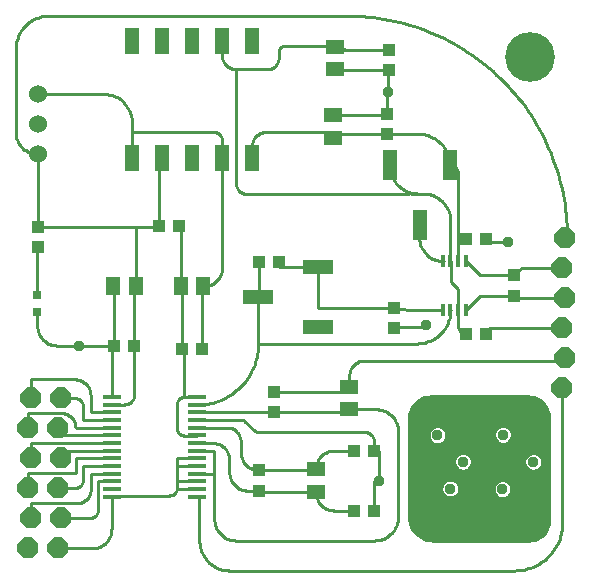
<source format=gtl>
G75*
%MOIN*%
%OFA0B0*%
%FSLAX24Y24*%
%IPPOS*%
%LPD*%
%AMOC8*
5,1,8,0,0,1.08239X$1,22.5*
%
%ADD10R,0.0591X0.0157*%
%ADD11R,0.0177X0.0394*%
%ADD12R,0.0433X0.0394*%
%ADD13R,0.0394X0.0433*%
%ADD14R,0.0591X0.0512*%
%ADD15R,0.0512X0.0591*%
%ADD16R,0.0472X0.0866*%
%ADD17OC8,0.0700*%
%ADD18C,0.0600*%
%ADD19R,0.0315X0.0315*%
%ADD20R,0.1000X0.0500*%
%ADD21R,0.0500X0.1000*%
%ADD22C,0.0100*%
%ADD23C,0.0376*%
%ADD24C,0.0160*%
%ADD25C,0.1660*%
D10*
X004210Y003142D03*
X004210Y003398D03*
X004210Y003653D03*
X004210Y003909D03*
X004210Y004165D03*
X004210Y004421D03*
X004210Y004677D03*
X004210Y004933D03*
X004210Y005189D03*
X004210Y005445D03*
X004210Y005701D03*
X004210Y005957D03*
X004210Y006212D03*
X004210Y006468D03*
X007064Y006468D03*
X007064Y006212D03*
X007064Y005957D03*
X007064Y005701D03*
X007064Y005445D03*
X007064Y005189D03*
X007064Y004933D03*
X007064Y004677D03*
X007064Y004421D03*
X007064Y004165D03*
X007064Y003909D03*
X007064Y003653D03*
X007064Y003398D03*
X007064Y003142D03*
D11*
X015253Y009373D03*
X015509Y009373D03*
X015765Y009373D03*
X016021Y009373D03*
X016021Y010987D03*
X015765Y010987D03*
X015509Y010987D03*
X015253Y010987D03*
D12*
X016014Y011730D03*
X016683Y011730D03*
X017637Y010515D03*
X017637Y009845D03*
X016709Y008555D03*
X016040Y008555D03*
X013635Y008749D03*
X013635Y009419D03*
X012971Y004680D03*
X012302Y004680D03*
X012302Y002680D03*
X012971Y002680D03*
X007221Y008055D03*
X006552Y008055D03*
X004971Y008180D03*
X004302Y008180D03*
X001762Y011470D03*
X001762Y012140D03*
X013404Y015232D03*
X013404Y015902D03*
X013467Y017367D03*
X013467Y018037D03*
D13*
X006471Y012180D03*
X005802Y012180D03*
X009126Y010975D03*
X009795Y010975D03*
X009637Y006640D03*
X009637Y005970D03*
X009137Y004015D03*
X009137Y003345D03*
D14*
X011012Y003306D03*
X011012Y004054D03*
X012137Y006056D03*
X012137Y006804D03*
X011602Y015103D03*
X011602Y015851D03*
X011647Y017400D03*
X011647Y018148D03*
D15*
X007261Y010180D03*
X006513Y010180D03*
X005011Y010180D03*
X004263Y010180D03*
D16*
X004887Y014434D03*
X005887Y014434D03*
X006887Y014434D03*
X007887Y014434D03*
X008887Y014434D03*
X008887Y018326D03*
X007887Y018326D03*
X006887Y018326D03*
X005887Y018326D03*
X004887Y018326D03*
D17*
X001437Y001430D03*
X002437Y001430D03*
X002537Y002430D03*
X001537Y002430D03*
X001437Y003430D03*
X002437Y003430D03*
X002537Y004430D03*
X001537Y004430D03*
X001437Y005430D03*
X002437Y005430D03*
X002537Y006430D03*
X001537Y006430D03*
X019237Y006780D03*
X019337Y007780D03*
X019237Y008780D03*
X019337Y009780D03*
X019237Y010780D03*
X019337Y011780D03*
D18*
X001747Y014565D03*
X001747Y015565D03*
X001747Y016565D03*
D19*
X001737Y009875D03*
X001737Y009285D03*
D20*
X009100Y009797D03*
X011100Y008797D03*
X011100Y010797D03*
D21*
X014479Y012194D03*
X015479Y014194D03*
X013479Y014194D03*
D22*
X013481Y014135D01*
X013486Y014075D01*
X013496Y014017D01*
X013509Y013959D01*
X013525Y013902D01*
X013545Y013846D01*
X013569Y013791D01*
X013596Y013738D01*
X013626Y013687D01*
X013660Y013638D01*
X013696Y013591D01*
X013735Y013546D01*
X013777Y013504D01*
X013822Y013465D01*
X013869Y013429D01*
X013918Y013395D01*
X013969Y013365D01*
X014022Y013338D01*
X014077Y013314D01*
X014133Y013294D01*
X014190Y013278D01*
X014248Y013265D01*
X014306Y013255D01*
X014366Y013250D01*
X014425Y013248D01*
X014578Y013248D01*
X014425Y013248D02*
X014424Y013241D01*
X014420Y013235D01*
X014414Y013231D01*
X014407Y013230D01*
X014227Y013230D01*
X014215Y013241D01*
X014202Y013250D01*
X014186Y013256D01*
X014170Y013259D01*
X014154Y013258D01*
X014138Y013255D01*
X014123Y013248D01*
X014110Y013239D01*
X008647Y013239D01*
X008612Y013247D01*
X008577Y013258D01*
X008544Y013273D01*
X008513Y013291D01*
X008483Y013312D01*
X008456Y013336D01*
X008432Y013363D01*
X008411Y013392D01*
X008393Y013424D01*
X008378Y013457D01*
X008367Y013491D01*
X008359Y013527D01*
X008355Y013563D01*
X008355Y013599D01*
X008359Y013635D01*
X008359Y017388D01*
X009412Y017388D01*
X009448Y017390D01*
X009484Y017395D01*
X009519Y017404D01*
X009553Y017416D01*
X009586Y017432D01*
X009617Y017450D01*
X009646Y017472D01*
X009673Y017496D01*
X009697Y017523D01*
X009719Y017552D01*
X009737Y017583D01*
X009753Y017616D01*
X009765Y017650D01*
X009774Y017685D01*
X009779Y017721D01*
X009781Y017757D01*
X009781Y017973D01*
X009783Y017999D01*
X009788Y018024D01*
X009796Y018049D01*
X009808Y018072D01*
X009822Y018094D01*
X009839Y018113D01*
X009858Y018130D01*
X009880Y018144D01*
X009903Y018156D01*
X009928Y018164D01*
X009953Y018169D01*
X009979Y018171D01*
X011624Y018171D01*
X011631Y018170D01*
X011638Y018167D01*
X011643Y018162D01*
X011646Y018155D01*
X011647Y018148D01*
X011810Y018148D01*
X011823Y018149D01*
X011836Y018154D01*
X011847Y018161D01*
X011856Y018170D01*
X011863Y018181D01*
X011868Y018194D01*
X011869Y018207D01*
X011871Y018183D01*
X011876Y018159D01*
X011884Y018136D01*
X011896Y018115D01*
X011911Y018096D01*
X011928Y018079D01*
X011947Y018064D01*
X011968Y018052D01*
X011991Y018044D01*
X012015Y018039D01*
X012039Y018037D01*
X013467Y018037D01*
X013467Y017367D02*
X011614Y017367D01*
X011609Y017366D01*
X011606Y017363D01*
X011603Y017360D01*
X011602Y017355D01*
X011604Y017367D01*
X011608Y017378D01*
X011615Y017387D01*
X011625Y017394D01*
X011635Y017398D01*
X011647Y017400D01*
X011602Y015851D02*
X013353Y015851D01*
X013366Y015853D01*
X013379Y015858D01*
X013389Y015866D01*
X013397Y015877D01*
X013402Y015889D01*
X013404Y015902D01*
X013404Y016621D01*
X013405Y016626D01*
X013409Y016629D01*
X013413Y016630D01*
X013413Y017313D01*
X013414Y017325D01*
X013418Y017336D01*
X013425Y017347D01*
X013433Y017355D01*
X013444Y017362D01*
X013455Y017366D01*
X013467Y017367D01*
X012037Y019180D02*
X002137Y019180D01*
X002072Y019178D01*
X002006Y019172D01*
X001942Y019163D01*
X001878Y019150D01*
X001814Y019133D01*
X001752Y019112D01*
X001691Y019088D01*
X001632Y019060D01*
X001575Y019029D01*
X001519Y018995D01*
X001465Y018957D01*
X001414Y018917D01*
X001365Y018873D01*
X001319Y018827D01*
X001275Y018778D01*
X001235Y018727D01*
X001197Y018673D01*
X001163Y018618D01*
X001132Y018560D01*
X001104Y018501D01*
X001080Y018440D01*
X001059Y018378D01*
X001042Y018314D01*
X001029Y018250D01*
X001020Y018186D01*
X001014Y018120D01*
X001012Y018055D01*
X001012Y016362D01*
X001012Y016155D01*
X001012Y015300D01*
X001014Y015248D01*
X001019Y015195D01*
X001029Y015144D01*
X001042Y015093D01*
X001058Y015043D01*
X001078Y014995D01*
X001102Y014948D01*
X001129Y014903D01*
X001159Y014860D01*
X001192Y014819D01*
X001227Y014780D01*
X001266Y014745D01*
X001307Y014712D01*
X001350Y014682D01*
X001395Y014655D01*
X001442Y014631D01*
X001490Y014611D01*
X001540Y014595D01*
X001591Y014582D01*
X001642Y014572D01*
X001695Y014567D01*
X001747Y014565D01*
X001747Y012155D01*
X001748Y012149D01*
X001751Y012144D01*
X001756Y012141D01*
X001762Y012140D01*
X005011Y012140D01*
X005011Y010180D01*
X004971Y010180D01*
X004971Y008180D01*
X004971Y006549D01*
X004969Y006514D01*
X004964Y006479D01*
X004955Y006445D01*
X004942Y006412D01*
X004926Y006381D01*
X004907Y006352D01*
X004885Y006324D01*
X004860Y006299D01*
X004832Y006277D01*
X004803Y006258D01*
X004772Y006242D01*
X004739Y006229D01*
X004705Y006220D01*
X004670Y006215D01*
X004635Y006213D01*
X004635Y006212D02*
X004210Y006212D01*
X004210Y006468D02*
X004210Y008180D01*
X004302Y008180D01*
X004302Y010180D01*
X004263Y010180D01*
X005011Y012140D02*
X005802Y012140D01*
X005802Y012180D01*
X005802Y014434D01*
X005887Y014434D01*
X004887Y014434D02*
X004887Y015305D01*
X004887Y015632D01*
X004887Y015305D02*
X007607Y015305D01*
X007638Y015303D01*
X007669Y015298D01*
X007699Y015289D01*
X007728Y015277D01*
X007756Y015262D01*
X007782Y015244D01*
X007805Y015223D01*
X007826Y015200D01*
X007844Y015174D01*
X007859Y015146D01*
X007871Y015117D01*
X007880Y015087D01*
X007885Y015056D01*
X007887Y015025D01*
X007887Y014434D01*
X007887Y010739D01*
X007885Y010693D01*
X007879Y010647D01*
X007870Y010602D01*
X007857Y010557D01*
X007840Y010514D01*
X007820Y010473D01*
X007796Y010433D01*
X007769Y010396D01*
X007739Y010360D01*
X007707Y010328D01*
X007671Y010298D01*
X007634Y010271D01*
X007594Y010247D01*
X007553Y010227D01*
X007510Y010210D01*
X007465Y010197D01*
X007420Y010188D01*
X007374Y010182D01*
X007328Y010180D01*
X007261Y010180D01*
X007221Y010180D01*
X007221Y008055D01*
X007064Y006212D02*
X007153Y006214D01*
X007241Y006220D01*
X007330Y006229D01*
X007418Y006243D01*
X007505Y006260D01*
X007591Y006281D01*
X007676Y006306D01*
X007760Y006335D01*
X007843Y006367D01*
X007924Y006403D01*
X008004Y006442D01*
X008082Y006485D01*
X008158Y006531D01*
X008232Y006580D01*
X008303Y006633D01*
X008373Y006688D01*
X008440Y006747D01*
X008504Y006808D01*
X008565Y006872D01*
X008624Y006939D01*
X008679Y007009D01*
X008732Y007080D01*
X008781Y007154D01*
X008827Y007230D01*
X008870Y007308D01*
X008909Y007388D01*
X008945Y007469D01*
X008977Y007552D01*
X009006Y007636D01*
X009031Y007721D01*
X009052Y007807D01*
X009069Y007894D01*
X009083Y007982D01*
X009092Y008071D01*
X009098Y008159D01*
X009100Y008248D01*
X014384Y008248D01*
X014677Y008802D02*
X013687Y008802D01*
X013673Y008800D01*
X013661Y008795D01*
X013650Y008786D01*
X013641Y008776D01*
X013636Y008763D01*
X013634Y008749D01*
X013635Y008749D02*
X013635Y008850D01*
X013635Y009419D02*
X011100Y009428D01*
X011100Y010797D01*
X009797Y010797D01*
X009810Y010812D01*
X009820Y010829D01*
X009827Y010847D01*
X009832Y010867D01*
X009833Y010886D01*
X009831Y010906D01*
X009826Y010925D01*
X009819Y010943D01*
X009808Y010960D01*
X009795Y010975D01*
X009126Y010975D02*
X009126Y010003D01*
X009125Y009995D01*
X009121Y009988D01*
X009115Y009982D01*
X009108Y009978D01*
X009100Y009977D01*
X009100Y009797D01*
X009100Y008248D01*
X009637Y006640D02*
X012137Y006640D01*
X012137Y006804D01*
X012137Y007180D01*
X012139Y007224D01*
X012145Y007267D01*
X012154Y007309D01*
X012167Y007351D01*
X012184Y007391D01*
X012204Y007430D01*
X012227Y007467D01*
X012254Y007501D01*
X012283Y007534D01*
X012316Y007563D01*
X012350Y007590D01*
X012387Y007613D01*
X012426Y007633D01*
X012466Y007650D01*
X012508Y007663D01*
X012550Y007672D01*
X012593Y007678D01*
X012637Y007680D01*
X019337Y007680D01*
X019337Y007780D01*
X019237Y006780D02*
X019237Y002280D01*
X019235Y002201D01*
X019229Y002123D01*
X019220Y002045D01*
X019206Y001968D01*
X019189Y001891D01*
X019168Y001816D01*
X019143Y001741D01*
X019115Y001668D01*
X019083Y001596D01*
X019048Y001526D01*
X019009Y001457D01*
X018967Y001391D01*
X018922Y001327D01*
X018874Y001265D01*
X018823Y001206D01*
X018768Y001149D01*
X018711Y001094D01*
X018652Y001043D01*
X018590Y000995D01*
X018526Y000950D01*
X018460Y000908D01*
X018391Y000869D01*
X018321Y000834D01*
X018249Y000802D01*
X018176Y000774D01*
X018101Y000749D01*
X018026Y000728D01*
X017949Y000711D01*
X017872Y000697D01*
X017794Y000688D01*
X017716Y000682D01*
X017637Y000680D01*
X008137Y000680D01*
X008077Y000682D01*
X008016Y000687D01*
X007957Y000696D01*
X007898Y000709D01*
X007839Y000725D01*
X007782Y000745D01*
X007727Y000768D01*
X007672Y000795D01*
X007620Y000824D01*
X007569Y000857D01*
X007520Y000893D01*
X007474Y000931D01*
X007430Y000973D01*
X007388Y001017D01*
X007350Y001063D01*
X007314Y001112D01*
X007281Y001163D01*
X007252Y001215D01*
X007225Y001270D01*
X007202Y001325D01*
X007182Y001382D01*
X007166Y001441D01*
X007153Y001500D01*
X007144Y001559D01*
X007139Y001620D01*
X007137Y001680D01*
X007137Y003069D01*
X007137Y003142D02*
X007064Y003142D01*
X007080Y003140D01*
X007096Y003135D01*
X007110Y003126D01*
X007121Y003115D01*
X007130Y003101D01*
X007135Y003085D01*
X007137Y003069D01*
X007064Y003398D02*
X006387Y003398D01*
X006387Y003653D01*
X006387Y004180D01*
X007064Y004180D01*
X007064Y004165D01*
X007064Y003909D02*
X007637Y003909D01*
X007637Y004674D01*
X007637Y004676D01*
X007636Y004677D01*
X007634Y004677D01*
X007064Y004677D01*
X007064Y004430D02*
X007064Y004421D01*
X006387Y004421D01*
X006387Y003430D01*
X006387Y003653D02*
X007064Y003653D01*
X007637Y003909D02*
X007637Y002387D01*
X007639Y002337D01*
X007644Y002286D01*
X007653Y002237D01*
X007666Y002188D01*
X007682Y002140D01*
X007701Y002093D01*
X007723Y002048D01*
X007749Y002005D01*
X007778Y001963D01*
X007810Y001924D01*
X007844Y001887D01*
X007881Y001853D01*
X007920Y001821D01*
X007962Y001792D01*
X008005Y001766D01*
X008050Y001744D01*
X008097Y001725D01*
X008145Y001709D01*
X008194Y001696D01*
X008243Y001687D01*
X008294Y001682D01*
X008344Y001680D01*
X012961Y001680D01*
X013016Y001682D01*
X013070Y001687D01*
X013124Y001697D01*
X013177Y001710D01*
X013229Y001726D01*
X013280Y001746D01*
X013329Y001770D01*
X013377Y001796D01*
X013422Y001826D01*
X013466Y001859D01*
X013507Y001895D01*
X013546Y001934D01*
X013582Y001975D01*
X013615Y002019D01*
X013645Y002064D01*
X013671Y002112D01*
X013695Y002161D01*
X013715Y002212D01*
X013731Y002264D01*
X013744Y002317D01*
X013754Y002371D01*
X013759Y002425D01*
X013761Y002480D01*
X013762Y002480D02*
X013762Y005326D01*
X013760Y005378D01*
X013755Y005430D01*
X013745Y005481D01*
X013732Y005531D01*
X013716Y005581D01*
X013696Y005629D01*
X013673Y005675D01*
X013646Y005720D01*
X013617Y005763D01*
X013584Y005803D01*
X013548Y005841D01*
X013510Y005877D01*
X013470Y005910D01*
X013427Y005939D01*
X013382Y005966D01*
X013336Y005989D01*
X013288Y006009D01*
X013238Y006025D01*
X013188Y006038D01*
X013137Y006048D01*
X013085Y006053D01*
X013033Y006055D01*
X012137Y006055D01*
X012137Y006056D01*
X012137Y005970D01*
X009637Y005970D01*
X009637Y005957D01*
X007064Y005957D01*
X007064Y005701D02*
X008615Y005701D01*
X008615Y005700D02*
X008623Y005698D01*
X008630Y005694D01*
X008634Y005687D01*
X008636Y005680D01*
X008637Y005680D02*
X008977Y005339D01*
X008987Y005332D01*
X008999Y005327D01*
X009012Y005325D01*
X009014Y005317D01*
X009018Y005311D01*
X009024Y005307D01*
X009032Y005305D01*
X012614Y005305D01*
X012651Y005303D01*
X012688Y005297D01*
X012724Y005288D01*
X012759Y005274D01*
X012793Y005257D01*
X012824Y005237D01*
X012853Y005213D01*
X012879Y005187D01*
X012903Y005158D01*
X012923Y005127D01*
X012940Y005093D01*
X012954Y005058D01*
X012963Y005022D01*
X012969Y004985D01*
X012971Y004948D01*
X012971Y004680D01*
X013137Y004680D01*
X013137Y003680D01*
X012971Y003680D01*
X012971Y002680D01*
X012302Y002680D02*
X011638Y002680D01*
X011589Y002682D01*
X011540Y002688D01*
X011492Y002697D01*
X011445Y002711D01*
X011398Y002728D01*
X011354Y002748D01*
X011311Y002772D01*
X011270Y002800D01*
X011231Y002830D01*
X011195Y002863D01*
X011162Y002899D01*
X011132Y002938D01*
X011104Y002979D01*
X011080Y003022D01*
X011060Y003066D01*
X011043Y003113D01*
X011029Y003160D01*
X011020Y003208D01*
X011014Y003257D01*
X011012Y003306D01*
X009137Y003306D01*
X009137Y003345D01*
X008738Y003345D01*
X008691Y003347D01*
X008644Y003352D01*
X008597Y003362D01*
X008552Y003374D01*
X008508Y003391D01*
X008465Y003411D01*
X008423Y003434D01*
X008384Y003460D01*
X008347Y003489D01*
X008312Y003521D01*
X008280Y003556D01*
X008251Y003593D01*
X008225Y003632D01*
X008202Y003674D01*
X008182Y003717D01*
X008165Y003761D01*
X008153Y003806D01*
X008143Y003853D01*
X008138Y003900D01*
X008136Y003947D01*
X008137Y003947D02*
X008137Y004371D01*
X008512Y004640D02*
X008512Y004986D01*
X008510Y005026D01*
X008505Y005066D01*
X008496Y005105D01*
X008484Y005143D01*
X008469Y005180D01*
X008451Y005216D01*
X008429Y005249D01*
X008405Y005281D01*
X008378Y005311D01*
X008348Y005338D01*
X008316Y005362D01*
X008283Y005384D01*
X008247Y005402D01*
X008210Y005417D01*
X008172Y005429D01*
X008133Y005438D01*
X008093Y005443D01*
X008053Y005445D01*
X007064Y005445D01*
X007064Y005189D02*
X007064Y005180D01*
X006637Y005180D01*
X006607Y005182D01*
X006577Y005187D01*
X006548Y005196D01*
X006521Y005209D01*
X006495Y005224D01*
X006471Y005243D01*
X006450Y005264D01*
X006431Y005288D01*
X006416Y005314D01*
X006403Y005341D01*
X006394Y005370D01*
X006389Y005400D01*
X006387Y005430D01*
X006387Y006218D01*
X006389Y006248D01*
X006394Y006278D01*
X006403Y006307D01*
X006416Y006334D01*
X006431Y006360D01*
X006450Y006384D01*
X006471Y006405D01*
X006495Y006424D01*
X006521Y006439D01*
X006548Y006452D01*
X006577Y006461D01*
X006607Y006466D01*
X006637Y006468D01*
X006637Y008055D01*
X006552Y008055D01*
X006552Y010180D01*
X006513Y010180D01*
X006513Y012180D01*
X006471Y012180D01*
X008887Y014434D02*
X008887Y014806D01*
X008889Y014849D01*
X008895Y014892D01*
X008904Y014934D01*
X008917Y014975D01*
X008933Y015015D01*
X008953Y015053D01*
X008976Y015089D01*
X009003Y015124D01*
X009032Y015155D01*
X009063Y015184D01*
X009098Y015211D01*
X009134Y015234D01*
X009172Y015254D01*
X009212Y015270D01*
X009253Y015283D01*
X009295Y015292D01*
X009338Y015298D01*
X009381Y015300D01*
X011437Y015300D01*
X011436Y015300D02*
X011438Y015285D01*
X011443Y015270D01*
X011451Y015258D01*
X011462Y015247D01*
X011474Y015239D01*
X011489Y015234D01*
X011504Y015232D01*
X011752Y015232D01*
X013404Y015232D01*
X014440Y015232D01*
X013506Y015130D02*
X013488Y015132D01*
X013471Y015136D01*
X013455Y015144D01*
X013440Y015154D01*
X013428Y015166D01*
X013418Y015181D01*
X013410Y015197D01*
X013406Y015214D01*
X013404Y015232D01*
X014440Y015232D02*
X014503Y015230D01*
X014565Y015224D01*
X014627Y015215D01*
X014688Y015202D01*
X014749Y015185D01*
X014808Y015165D01*
X014866Y015141D01*
X014922Y015113D01*
X014977Y015082D01*
X015030Y015048D01*
X015080Y015011D01*
X015128Y014971D01*
X015174Y014928D01*
X015217Y014882D01*
X015257Y014834D01*
X015294Y014784D01*
X015328Y014731D01*
X015359Y014676D01*
X015387Y014620D01*
X015411Y014562D01*
X015431Y014503D01*
X015448Y014442D01*
X015461Y014381D01*
X015470Y014319D01*
X015476Y014257D01*
X015478Y014194D01*
X015479Y014194D02*
X015511Y014192D01*
X015543Y014187D01*
X015573Y014178D01*
X015603Y014166D01*
X015631Y014150D01*
X015657Y014132D01*
X015681Y014110D01*
X015703Y014086D01*
X015721Y014060D01*
X015737Y014032D01*
X015749Y014002D01*
X015758Y013972D01*
X015763Y013940D01*
X015765Y013908D01*
X015765Y010987D01*
X015765Y011481D01*
X015767Y011511D01*
X015772Y011541D01*
X015781Y011569D01*
X015794Y011597D01*
X015809Y011622D01*
X015828Y011646D01*
X015849Y011667D01*
X015873Y011686D01*
X015898Y011701D01*
X015926Y011714D01*
X015954Y011723D01*
X015984Y011728D01*
X016014Y011730D01*
X015280Y010987D02*
X015224Y010989D01*
X015168Y010995D01*
X015113Y011004D01*
X015059Y011017D01*
X015006Y011034D01*
X014954Y011055D01*
X014903Y011079D01*
X014854Y011106D01*
X014808Y011137D01*
X014763Y011171D01*
X014721Y011207D01*
X014681Y011247D01*
X014645Y011289D01*
X014611Y011334D01*
X014580Y011380D01*
X014553Y011429D01*
X014529Y011480D01*
X014508Y011532D01*
X014491Y011585D01*
X014478Y011639D01*
X014469Y011694D01*
X014463Y011750D01*
X014461Y011806D01*
X014461Y011844D01*
X014468Y011845D01*
X014474Y011849D01*
X014478Y011855D01*
X014479Y011862D01*
X014479Y012194D01*
X015509Y012317D02*
X015507Y012375D01*
X015502Y012434D01*
X015493Y012491D01*
X015480Y012549D01*
X015463Y012605D01*
X015444Y012660D01*
X015420Y012713D01*
X015394Y012766D01*
X015364Y012816D01*
X015331Y012864D01*
X015295Y012910D01*
X015257Y012954D01*
X015215Y012996D01*
X015171Y013034D01*
X015125Y013070D01*
X015077Y013103D01*
X015027Y013133D01*
X014974Y013159D01*
X014921Y013183D01*
X014866Y013202D01*
X014810Y013219D01*
X014752Y013232D01*
X014695Y013241D01*
X014636Y013246D01*
X014578Y013248D01*
X015509Y012317D02*
X015509Y010987D01*
X015512Y010987D01*
X015512Y010984D02*
X015509Y010987D01*
X015512Y010984D02*
X015512Y010305D01*
X015765Y010052D01*
X015765Y009373D01*
X015765Y008830D01*
X015767Y008799D01*
X015772Y008769D01*
X015780Y008739D01*
X015792Y008711D01*
X015807Y008684D01*
X015825Y008659D01*
X015846Y008636D01*
X015869Y008615D01*
X015894Y008597D01*
X015921Y008582D01*
X015949Y008570D01*
X015979Y008562D01*
X016009Y008557D01*
X016040Y008555D01*
X016709Y008555D02*
X016711Y008582D01*
X016716Y008609D01*
X016724Y008635D01*
X016735Y008660D01*
X016749Y008683D01*
X016766Y008704D01*
X016785Y008723D01*
X016806Y008740D01*
X016829Y008754D01*
X016854Y008765D01*
X016880Y008773D01*
X016907Y008778D01*
X016934Y008780D01*
X019237Y008780D01*
X019337Y009780D02*
X017702Y009780D01*
X017637Y009845D01*
X016493Y009845D01*
X016021Y009373D01*
X015512Y009373D02*
X015509Y009373D01*
X015253Y009373D02*
X014139Y009373D01*
X013635Y009419D01*
X014384Y008248D02*
X014449Y008250D01*
X014515Y008256D01*
X014579Y008265D01*
X014643Y008278D01*
X014707Y008295D01*
X014769Y008316D01*
X014830Y008340D01*
X014889Y008368D01*
X014947Y008399D01*
X015002Y008433D01*
X015056Y008471D01*
X015107Y008511D01*
X015156Y008555D01*
X015202Y008601D01*
X015246Y008650D01*
X015286Y008701D01*
X015324Y008755D01*
X015358Y008811D01*
X015389Y008868D01*
X015417Y008927D01*
X015441Y008988D01*
X015462Y009050D01*
X015479Y009114D01*
X015492Y009178D01*
X015501Y009242D01*
X015507Y009308D01*
X015509Y009373D01*
X014677Y008850D02*
X014677Y008802D01*
X016493Y010515D02*
X016021Y010987D01*
X016493Y010515D02*
X017637Y010515D01*
X017902Y010780D01*
X019237Y010780D01*
X019337Y011780D02*
X019350Y011782D01*
X019362Y011787D01*
X019372Y011795D01*
X019380Y011805D01*
X019385Y011817D01*
X019387Y011830D01*
X017440Y011622D02*
X016791Y011622D01*
X016772Y011624D01*
X016754Y011629D01*
X016737Y011636D01*
X016722Y011647D01*
X016708Y011661D01*
X016697Y011676D01*
X016690Y011693D01*
X016685Y011711D01*
X016683Y011730D01*
X015280Y010987D02*
X015253Y010987D01*
X019387Y011830D02*
X019385Y012008D01*
X019378Y012185D01*
X019368Y012362D01*
X019353Y012539D01*
X019333Y012716D01*
X019310Y012892D01*
X019282Y013067D01*
X019250Y013242D01*
X019214Y013416D01*
X019173Y013589D01*
X019129Y013761D01*
X019080Y013932D01*
X019027Y014101D01*
X018970Y014270D01*
X018909Y014436D01*
X018844Y014602D01*
X018775Y014765D01*
X018703Y014927D01*
X018626Y015087D01*
X018545Y015246D01*
X018461Y015402D01*
X018372Y015556D01*
X018281Y015708D01*
X018185Y015858D01*
X018086Y016005D01*
X017983Y016150D01*
X017877Y016293D01*
X017768Y016432D01*
X017655Y016570D01*
X017539Y016704D01*
X017419Y016835D01*
X017297Y016964D01*
X017171Y017090D01*
X017042Y017212D01*
X016911Y017332D01*
X016777Y017448D01*
X016639Y017561D01*
X016500Y017670D01*
X016357Y017776D01*
X016212Y017879D01*
X016065Y017978D01*
X015915Y018074D01*
X015763Y018165D01*
X015609Y018254D01*
X015453Y018338D01*
X015294Y018419D01*
X015134Y018496D01*
X014972Y018568D01*
X014809Y018637D01*
X014643Y018702D01*
X014477Y018763D01*
X014308Y018820D01*
X014139Y018873D01*
X013968Y018922D01*
X013796Y018966D01*
X013623Y019007D01*
X013449Y019043D01*
X013274Y019075D01*
X013099Y019103D01*
X012923Y019126D01*
X012746Y019146D01*
X012569Y019161D01*
X012392Y019171D01*
X012215Y019178D01*
X012037Y019180D01*
X008359Y017388D02*
X008318Y017390D01*
X008277Y017395D01*
X008237Y017404D01*
X008198Y017416D01*
X008160Y017432D01*
X008123Y017451D01*
X008088Y017473D01*
X008056Y017498D01*
X008025Y017526D01*
X007997Y017557D01*
X007972Y017589D01*
X007950Y017624D01*
X007931Y017661D01*
X007915Y017699D01*
X007903Y017738D01*
X007894Y017778D01*
X007889Y017819D01*
X007887Y017860D01*
X007887Y018326D01*
X011622Y015103D02*
X011642Y015105D01*
X011662Y015109D01*
X011681Y015117D01*
X011698Y015128D01*
X011713Y015141D01*
X011726Y015156D01*
X011737Y015173D01*
X011745Y015192D01*
X011749Y015212D01*
X011751Y015232D01*
X011622Y015103D02*
X011602Y015103D01*
X011184Y010881D02*
X011168Y010879D01*
X011152Y010875D01*
X011137Y010867D01*
X011125Y010856D01*
X011114Y010844D01*
X011106Y010829D01*
X011102Y010813D01*
X011100Y010797D01*
X007064Y006468D02*
X006637Y006468D01*
X007064Y004933D02*
X007064Y004930D01*
X007578Y004930D01*
X007064Y004430D02*
X006387Y004430D01*
X006387Y004180D01*
X006387Y003430D02*
X006385Y003400D01*
X006380Y003370D01*
X006371Y003341D01*
X006358Y003314D01*
X006343Y003288D01*
X006324Y003264D01*
X006303Y003243D01*
X006279Y003224D01*
X006253Y003209D01*
X006226Y003196D01*
X006197Y003187D01*
X006167Y003182D01*
X006137Y003180D01*
X004210Y003180D01*
X004210Y003142D01*
X004210Y002055D01*
X004209Y002055D02*
X004207Y002006D01*
X004201Y001957D01*
X004192Y001909D01*
X004178Y001862D01*
X004161Y001816D01*
X004141Y001771D01*
X004117Y001728D01*
X004090Y001688D01*
X004059Y001649D01*
X004026Y001613D01*
X003990Y001580D01*
X003951Y001549D01*
X003911Y001522D01*
X003868Y001498D01*
X003823Y001478D01*
X003777Y001461D01*
X003730Y001447D01*
X003682Y001438D01*
X003633Y001432D01*
X003584Y001430D01*
X002437Y001430D01*
X002537Y002430D02*
X003482Y002430D01*
X003513Y002432D01*
X003544Y002437D01*
X003574Y002446D01*
X003603Y002458D01*
X003631Y002473D01*
X003657Y002491D01*
X003680Y002512D01*
X003701Y002535D01*
X003719Y002561D01*
X003734Y002589D01*
X003746Y002618D01*
X003755Y002648D01*
X003760Y002679D01*
X003762Y002710D01*
X003762Y003653D01*
X004210Y003653D01*
X004210Y003909D02*
X003512Y003909D01*
X003512Y003381D01*
X003262Y003710D02*
X003262Y004165D01*
X004210Y004165D01*
X004210Y004421D02*
X003012Y004421D01*
X003012Y003930D01*
X001437Y003930D01*
X001437Y003430D01*
X001537Y002930D02*
X001537Y002430D01*
X001537Y002930D02*
X003061Y002930D01*
X003103Y002932D01*
X003144Y002938D01*
X003184Y002947D01*
X003224Y002960D01*
X003262Y002977D01*
X003298Y002998D01*
X003333Y003021D01*
X003365Y003048D01*
X003394Y003077D01*
X003421Y003109D01*
X003444Y003144D01*
X003465Y003180D01*
X003482Y003218D01*
X003495Y003258D01*
X003504Y003298D01*
X003510Y003339D01*
X003512Y003381D01*
X002982Y003430D02*
X002437Y003430D01*
X002982Y003430D02*
X003013Y003432D01*
X003044Y003437D01*
X003074Y003446D01*
X003103Y003458D01*
X003131Y003473D01*
X003157Y003491D01*
X003180Y003512D01*
X003201Y003535D01*
X003219Y003561D01*
X003234Y003589D01*
X003246Y003618D01*
X003255Y003648D01*
X003260Y003679D01*
X003262Y003710D01*
X002537Y004430D02*
X002537Y004677D01*
X004210Y004677D01*
X004210Y004933D02*
X001537Y004933D01*
X001537Y004430D01*
X002437Y005189D02*
X002437Y005430D01*
X002526Y005930D02*
X002568Y005928D01*
X002610Y005923D01*
X002652Y005913D01*
X002692Y005901D01*
X002731Y005885D01*
X002769Y005865D01*
X002804Y005842D01*
X002838Y005817D01*
X002869Y005788D01*
X002898Y005757D01*
X002923Y005723D01*
X002946Y005688D01*
X002966Y005650D01*
X002982Y005611D01*
X002994Y005571D01*
X003004Y005529D01*
X003009Y005487D01*
X003011Y005445D01*
X003012Y005445D02*
X004210Y005445D01*
X004210Y005701D02*
X003262Y005701D01*
X003262Y006150D01*
X003512Y005957D02*
X003512Y006525D01*
X003511Y006525D02*
X003509Y006569D01*
X003504Y006612D01*
X003495Y006655D01*
X003482Y006697D01*
X003466Y006738D01*
X003447Y006777D01*
X003425Y006815D01*
X003399Y006851D01*
X003371Y006884D01*
X003340Y006915D01*
X003307Y006943D01*
X003271Y006969D01*
X003233Y006991D01*
X003194Y007010D01*
X003153Y007026D01*
X003111Y007039D01*
X003068Y007048D01*
X003025Y007053D01*
X002981Y007055D01*
X001537Y007055D01*
X001537Y006430D01*
X001437Y005930D02*
X001437Y005430D01*
X001437Y005930D02*
X002526Y005930D01*
X002982Y006430D02*
X003013Y006428D01*
X003044Y006423D01*
X003074Y006414D01*
X003103Y006402D01*
X003131Y006387D01*
X003157Y006369D01*
X003180Y006348D01*
X003201Y006325D01*
X003219Y006299D01*
X003234Y006271D01*
X003246Y006242D01*
X003255Y006212D01*
X003260Y006181D01*
X003262Y006150D01*
X003512Y005957D02*
X004210Y005957D01*
X004210Y006468D02*
X004263Y006468D01*
X004210Y005189D02*
X002437Y005189D01*
X002537Y006430D02*
X002982Y006430D01*
X003137Y008180D02*
X002377Y008180D01*
X002329Y008182D01*
X002282Y008187D01*
X002235Y008196D01*
X002188Y008208D01*
X002143Y008224D01*
X002099Y008243D01*
X002057Y008266D01*
X002016Y008291D01*
X001978Y008320D01*
X001942Y008351D01*
X001908Y008385D01*
X001877Y008421D01*
X001848Y008459D01*
X001823Y008500D01*
X001800Y008542D01*
X001781Y008586D01*
X001765Y008631D01*
X001753Y008678D01*
X001744Y008725D01*
X001739Y008772D01*
X001737Y008820D01*
X001737Y009285D01*
X001737Y009875D02*
X001737Y011470D01*
X001762Y011470D01*
X003137Y008180D02*
X004302Y008180D01*
X007578Y004930D02*
X007624Y004928D01*
X007670Y004922D01*
X007715Y004913D01*
X007760Y004900D01*
X007803Y004883D01*
X007844Y004863D01*
X007884Y004839D01*
X007921Y004812D01*
X007957Y004782D01*
X007989Y004750D01*
X008019Y004714D01*
X008046Y004677D01*
X008070Y004637D01*
X008090Y004596D01*
X008107Y004553D01*
X008120Y004508D01*
X008129Y004463D01*
X008135Y004417D01*
X008137Y004371D01*
X008512Y004640D02*
X008514Y004591D01*
X008520Y004542D01*
X008529Y004494D01*
X008543Y004447D01*
X008560Y004401D01*
X008580Y004356D01*
X008604Y004313D01*
X008631Y004273D01*
X008662Y004234D01*
X008695Y004198D01*
X008731Y004165D01*
X008770Y004134D01*
X008810Y004107D01*
X008853Y004083D01*
X008898Y004063D01*
X008944Y004046D01*
X008991Y004032D01*
X009039Y004023D01*
X009088Y004017D01*
X009137Y004015D01*
X011137Y004015D01*
X011012Y004054D01*
X011014Y004103D01*
X011020Y004152D01*
X011029Y004200D01*
X011043Y004247D01*
X011060Y004294D01*
X011080Y004338D01*
X011104Y004381D01*
X011132Y004422D01*
X011162Y004461D01*
X011195Y004497D01*
X011231Y004530D01*
X011270Y004560D01*
X011311Y004588D01*
X011354Y004612D01*
X011398Y004632D01*
X011445Y004649D01*
X011492Y004663D01*
X011540Y004672D01*
X011589Y004678D01*
X011638Y004680D01*
X012302Y004680D01*
X004887Y015632D02*
X004885Y015691D01*
X004880Y015749D01*
X004870Y015807D01*
X004858Y015864D01*
X004841Y015920D01*
X004821Y015975D01*
X004798Y016029D01*
X004772Y016081D01*
X004742Y016132D01*
X004709Y016180D01*
X004673Y016227D01*
X004634Y016271D01*
X004593Y016312D01*
X004549Y016351D01*
X004502Y016387D01*
X004454Y016420D01*
X004403Y016450D01*
X004351Y016476D01*
X004297Y016499D01*
X004242Y016519D01*
X004186Y016536D01*
X004129Y016548D01*
X004071Y016558D01*
X004013Y016563D01*
X003954Y016565D01*
X001747Y016565D01*
D23*
X003137Y008180D03*
X013137Y003680D03*
X015072Y005192D03*
X015927Y004301D03*
X015504Y003410D03*
X017241Y003392D03*
X018267Y004301D03*
X017259Y005201D03*
X014677Y008850D03*
X017440Y011622D03*
X013413Y016630D03*
D24*
X014745Y006444D02*
X014638Y006419D01*
X014537Y006377D01*
X014443Y006319D01*
X014360Y006248D01*
X014288Y006164D01*
X014231Y006071D01*
X014189Y005969D01*
X014163Y005862D01*
X014155Y005753D01*
X014155Y002493D01*
X014164Y002370D01*
X014193Y002251D01*
X014240Y002137D01*
X014304Y002033D01*
X014384Y001939D01*
X014477Y001860D01*
X014582Y001795D01*
X014696Y001748D01*
X014815Y001720D01*
X014937Y001710D01*
X018111Y001710D01*
X018215Y001718D01*
X018315Y001742D01*
X018411Y001782D01*
X018500Y001836D01*
X018578Y001903D01*
X018646Y001982D01*
X018700Y002070D01*
X018739Y002166D01*
X018764Y002267D01*
X018772Y002370D01*
X018772Y005757D01*
X018763Y005866D01*
X018738Y005972D01*
X018696Y006073D01*
X018639Y006166D01*
X018568Y006249D01*
X018485Y006320D01*
X018392Y006377D01*
X018291Y006419D01*
X018185Y006444D01*
X018076Y006453D01*
X014855Y006453D01*
X014745Y006444D01*
X014512Y006362D02*
X018417Y006362D01*
X018607Y006203D02*
X014321Y006203D01*
X014220Y006045D02*
X018708Y006045D01*
X018758Y005886D02*
X014169Y005886D01*
X014155Y005728D02*
X018772Y005728D01*
X018772Y005569D02*
X014155Y005569D01*
X014155Y005411D02*
X014826Y005411D01*
X014794Y005378D02*
X014886Y005470D01*
X015006Y005520D01*
X015137Y005520D01*
X015258Y005470D01*
X015350Y005378D01*
X015400Y005257D01*
X015400Y005127D01*
X015350Y005006D01*
X015258Y004914D01*
X015137Y004864D01*
X015006Y004864D01*
X014886Y004914D01*
X014794Y005006D01*
X014744Y005127D01*
X014744Y005257D01*
X014794Y005378D01*
X014744Y005252D02*
X014155Y005252D01*
X014155Y005094D02*
X014757Y005094D01*
X014865Y004935D02*
X014155Y004935D01*
X014155Y004777D02*
X018772Y004777D01*
X018772Y004935D02*
X017457Y004935D01*
X017445Y004923D02*
X017537Y005015D01*
X017587Y005136D01*
X017587Y005266D01*
X017537Y005387D01*
X017445Y005479D01*
X017324Y005529D01*
X017193Y005529D01*
X017073Y005479D01*
X016981Y005387D01*
X016931Y005266D01*
X016931Y005136D01*
X016981Y005015D01*
X017073Y004923D01*
X017193Y004873D01*
X017324Y004873D01*
X017445Y004923D01*
X017569Y005094D02*
X018772Y005094D01*
X018772Y005252D02*
X017587Y005252D01*
X017513Y005411D02*
X018772Y005411D01*
X018772Y004618D02*
X018359Y004618D01*
X018332Y004629D02*
X018201Y004629D01*
X018081Y004579D01*
X017989Y004487D01*
X017939Y004366D01*
X017939Y004236D01*
X017989Y004115D01*
X018081Y004023D01*
X018201Y003973D01*
X018332Y003973D01*
X018453Y004023D01*
X018545Y004115D01*
X018595Y004236D01*
X018595Y004366D01*
X018545Y004487D01*
X018453Y004579D01*
X018332Y004629D01*
X018175Y004618D02*
X016019Y004618D01*
X015992Y004629D02*
X015861Y004629D01*
X015741Y004579D01*
X015649Y004487D01*
X015599Y004366D01*
X015599Y004236D01*
X015649Y004115D01*
X015741Y004023D01*
X015861Y003973D01*
X015992Y003973D01*
X016113Y004023D01*
X016205Y004115D01*
X016255Y004236D01*
X016255Y004366D01*
X016205Y004487D01*
X016113Y004579D01*
X015992Y004629D01*
X015835Y004618D02*
X014155Y004618D01*
X014155Y004460D02*
X015637Y004460D01*
X015599Y004301D02*
X014155Y004301D01*
X014155Y004143D02*
X015637Y004143D01*
X015835Y003984D02*
X014155Y003984D01*
X014155Y003826D02*
X018772Y003826D01*
X018772Y003984D02*
X018359Y003984D01*
X018175Y003984D02*
X016019Y003984D01*
X016216Y004143D02*
X017977Y004143D01*
X017939Y004301D02*
X016255Y004301D01*
X016216Y004460D02*
X017977Y004460D01*
X018556Y004460D02*
X018772Y004460D01*
X018772Y004301D02*
X018595Y004301D01*
X018556Y004143D02*
X018772Y004143D01*
X018772Y003667D02*
X017430Y003667D01*
X017427Y003670D02*
X017306Y003720D01*
X017175Y003720D01*
X017055Y003670D01*
X016963Y003578D01*
X016913Y003457D01*
X016913Y003327D01*
X016963Y003206D01*
X017055Y003114D01*
X017175Y003064D01*
X017306Y003064D01*
X017427Y003114D01*
X017519Y003206D01*
X017569Y003327D01*
X017569Y003457D01*
X017519Y003578D01*
X017427Y003670D01*
X017548Y003509D02*
X018772Y003509D01*
X018772Y003350D02*
X017569Y003350D01*
X017504Y003192D02*
X018772Y003192D01*
X018772Y003033D02*
X014155Y003033D01*
X014155Y002875D02*
X018772Y002875D01*
X018772Y002716D02*
X014155Y002716D01*
X014155Y002558D02*
X018772Y002558D01*
X018772Y002399D02*
X014162Y002399D01*
X014197Y002241D02*
X018757Y002241D01*
X018704Y002082D02*
X014274Y002082D01*
X014402Y001924D02*
X018595Y001924D01*
X018370Y001765D02*
X014655Y001765D01*
X015318Y003132D02*
X015438Y003082D01*
X015569Y003082D01*
X015690Y003132D01*
X015782Y003224D01*
X015832Y003345D01*
X015832Y003475D01*
X015782Y003596D01*
X015690Y003688D01*
X015569Y003738D01*
X015438Y003738D01*
X015318Y003688D01*
X015226Y003596D01*
X015176Y003475D01*
X015176Y003345D01*
X015226Y003224D01*
X015318Y003132D01*
X015258Y003192D02*
X014155Y003192D01*
X014155Y003350D02*
X015176Y003350D01*
X015189Y003509D02*
X014155Y003509D01*
X014155Y003667D02*
X015297Y003667D01*
X015711Y003667D02*
X017052Y003667D01*
X016934Y003509D02*
X015818Y003509D01*
X015832Y003350D02*
X016913Y003350D01*
X016977Y003192D02*
X015749Y003192D01*
X015279Y004935D02*
X017061Y004935D01*
X016948Y005094D02*
X015386Y005094D01*
X015400Y005252D02*
X016931Y005252D01*
X017004Y005411D02*
X015317Y005411D01*
D25*
X018151Y017784D03*
M02*

</source>
